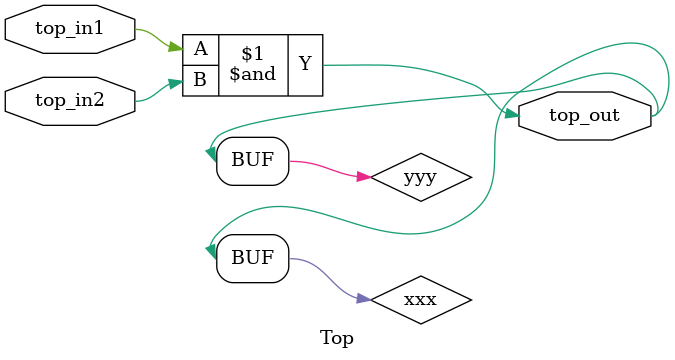
<source format=sv>
module Top (
	input logic top_in1,
	input logic top_in2,
	output logic top_out
);

	logic xxx;
	logic yyy;

	assign yyy = top_in1 & top_in2;

	assign top_out = yyy;
	assign xxx = yyy;
endmodule



</source>
